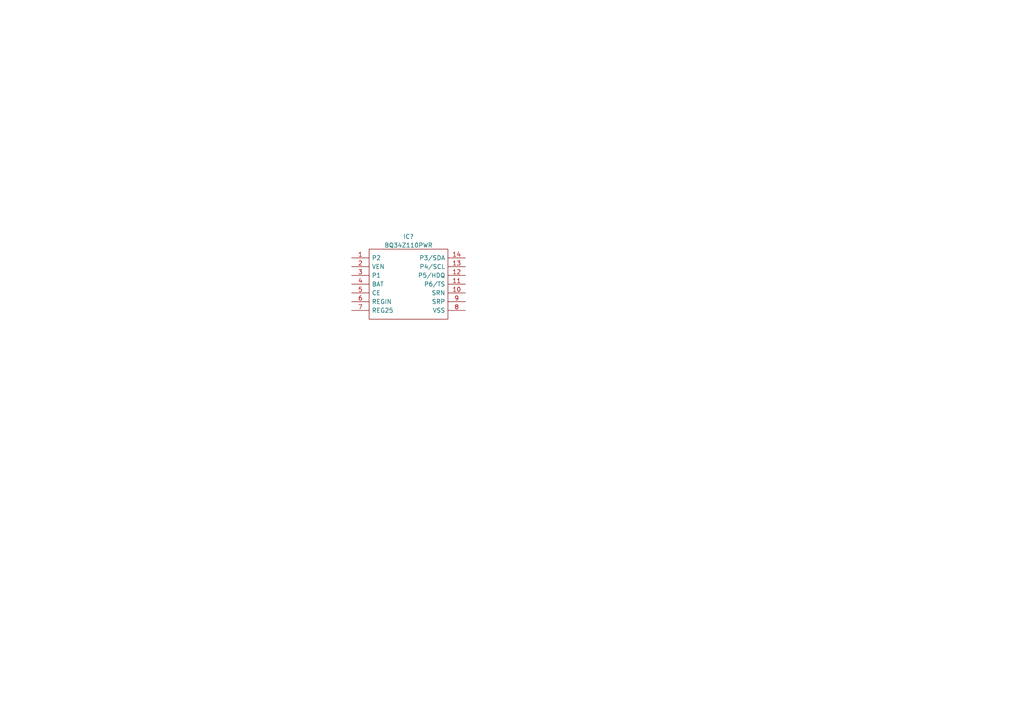
<source format=kicad_sch>
(kicad_sch (version 20211123) (generator eeschema)
  (paper "A4")
  (lib_symbols
    (symbol "iclr:BQ34Z110PWR" (pin_names (offset 0.762))
      (property "Reference" "IC" (at 29.21 7.62 0))
      (property "Value" "BQ34Z110PWR" (at 29.21 5.08 0))
      (symbol "BQ34Z110PWR_0_0"
        (pin passive line (at 0 0 0) (length 5.08) (name "P2") (number "1"))
        (pin passive line (at 33.02 -10.16 180) (length 5.08) (name "SRN") (number "10"))
        (pin passive line (at 33.02 -7.62 180) (length 5.08) (name "P6/TS") (number "11"))
        (pin passive line (at 33.02 -5.08 180) (length 5.08) (name "P5/HDQ") (number "12"))
        (pin passive line (at 33.02 -2.54 180) (length 5.08) (name "P4/SCL") (number "13"))
        (pin passive line (at 33.02 0 180) (length 5.08) (name "P3/SDA") (number "14"))
        (pin passive line (at 0 -2.54 0) (length 5.08) (name "VEN") (number "2"))
        (pin passive line (at 0 -5.08 0) (length 5.08) (name "P1") (number "3"))
        (pin passive line (at 0 -7.62 0) (length 5.08) (name "BAT") (number "4"))
        (pin passive line (at 0 -10.16 0) (length 5.08) (name "CE") (number "5"))
        (pin passive line (at 0 -12.7 0) (length 5.08) (name "REGIN") (number "6"))
        (pin passive line (at 0 -15.24 0) (length 5.08) (name "REG25") (number "7"))
        (pin passive line (at 33.02 -15.24 180) (length 5.08) (name "VSS") (number "8"))
        (pin passive line (at 33.02 -12.7 180) (length 5.08) (name "SRP") (number "9"))
      )
      (symbol "BQ34Z110PWR_0_1"
        (polyline (pts (xy 5.08 2.54) (xy 27.94 2.54) (xy 27.94 -17.78) (xy 5.08 -17.78) (xy 5.08 2.54)) (stroke (width 0.1524)))
      )
    )
  )
  (symbol (lib_id "iclr:BQ34Z110PWR") (at 101.981 74.803 0) (unit 1)
    (property "Reference" "IC?" (at 118.491 68.614 0))
    (property "Value" "BQ34Z110PWR" (at 118.491 71.1509 0))
    (property "Footprint" "SOP65P640X120-14N" (effects hide))
    (property "Datasheet" "http://www.ti.com/lit/ds/symlink/bq34z110.pdf" (effects hide))
    (property "Description" "Battery Management Wide Range Fuel Gge w/ Impedance Track" (effects hide))
    (property "Height" "1.2" (effects hide))
    (property "Manufacturer_Name" "Texas Instruments" (effects hide))
    (property "Manufacturer_Part_Number" "BQ34Z110PWR" (effects hide))
    (property "Mouser Part Number" "595-BQ34Z110PWR" (effects hide))
    (property "Mouser Price/Stock" "https://www.mouser.co.uk/ProductDetail/Texas-Instruments/BQ34Z110PWR/?qs=4whTb%2F0XQMjD6Zq3njSujQ%3D%3D" (effects hide))
    (property "Arrow Part Number" "BQ34Z110PWR" (effects hide))
    (property "Arrow Price/Stock" "https://www.arrow.com/en/products/bq34z110pwr/texas-instruments" (effects hide))
  )
)
</source>
